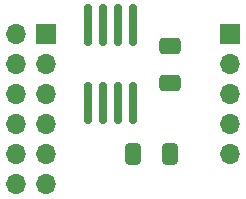
<source format=gts>
G04 #@! TF.GenerationSoftware,KiCad,Pcbnew,7.0.7*
G04 #@! TF.CreationDate,2023-09-08T00:57:33+01:00*
G04 #@! TF.ProjectId,psram-pmod,70737261-6d2d-4706-9d6f-642e6b696361,A*
G04 #@! TF.SameCoordinates,Original*
G04 #@! TF.FileFunction,Soldermask,Top*
G04 #@! TF.FilePolarity,Negative*
%FSLAX46Y46*%
G04 Gerber Fmt 4.6, Leading zero omitted, Abs format (unit mm)*
G04 Created by KiCad (PCBNEW 7.0.7) date 2023-09-08 00:57:33*
%MOMM*%
%LPD*%
G01*
G04 APERTURE LIST*
G04 Aperture macros list*
%AMRoundRect*
0 Rectangle with rounded corners*
0 $1 Rounding radius*
0 $2 $3 $4 $5 $6 $7 $8 $9 X,Y pos of 4 corners*
0 Add a 4 corners polygon primitive as box body*
4,1,4,$2,$3,$4,$5,$6,$7,$8,$9,$2,$3,0*
0 Add four circle primitives for the rounded corners*
1,1,$1+$1,$2,$3*
1,1,$1+$1,$4,$5*
1,1,$1+$1,$6,$7*
1,1,$1+$1,$8,$9*
0 Add four rect primitives between the rounded corners*
20,1,$1+$1,$2,$3,$4,$5,0*
20,1,$1+$1,$4,$5,$6,$7,0*
20,1,$1+$1,$6,$7,$8,$9,0*
20,1,$1+$1,$8,$9,$2,$3,0*%
G04 Aperture macros list end*
%ADD10O,1.700000X1.700000*%
%ADD11R,1.700000X1.700000*%
%ADD12RoundRect,0.250000X-0.650000X0.412500X-0.650000X-0.412500X0.650000X-0.412500X0.650000X0.412500X0*%
%ADD13RoundRect,0.150000X-0.150000X1.640000X-0.150000X-1.640000X0.150000X-1.640000X0.150000X1.640000X0*%
%ADD14RoundRect,0.250000X-0.412500X-0.650000X0.412500X-0.650000X0.412500X0.650000X-0.412500X0.650000X0*%
G04 APERTURE END LIST*
D10*
X73310000Y-88900000D03*
X73310000Y-86360000D03*
X73310000Y-83820000D03*
X73310000Y-81280000D03*
X73310000Y-78740000D03*
X73310000Y-76200000D03*
X75850000Y-88900000D03*
X75850000Y-86360000D03*
X75850000Y-83820000D03*
X75850000Y-81280000D03*
X75850000Y-78740000D03*
D11*
X75850000Y-76200000D03*
D12*
X86360000Y-77177500D03*
X86360000Y-80302500D03*
D13*
X83185000Y-82030000D03*
X81915000Y-82030000D03*
X80645000Y-82030000D03*
X79375000Y-82030000D03*
X79375000Y-75450000D03*
X80645000Y-75450000D03*
X81915000Y-75450000D03*
X83185000Y-75450000D03*
D14*
X83235000Y-86360000D03*
X86360000Y-86360000D03*
D11*
X91440000Y-76200000D03*
D10*
X91440000Y-78740000D03*
X91440000Y-81280000D03*
X91440000Y-83820000D03*
X91440000Y-86360000D03*
M02*

</source>
